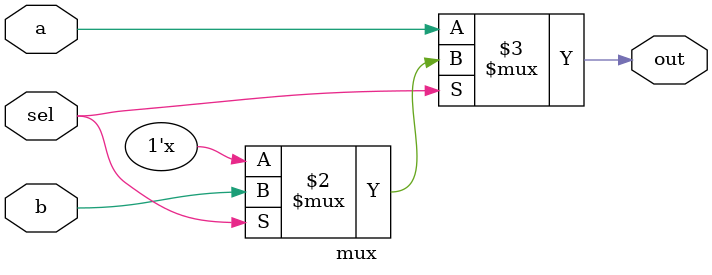
<source format=v>
module mux(out ,sel,b,a);

parameter size=1;
output [size-1:0] out;
input [size-1:0] b,a;
input sel;

assign out=(!sel)?a:
(sel)?b:
{size{1'bx}};

endmodule


</source>
